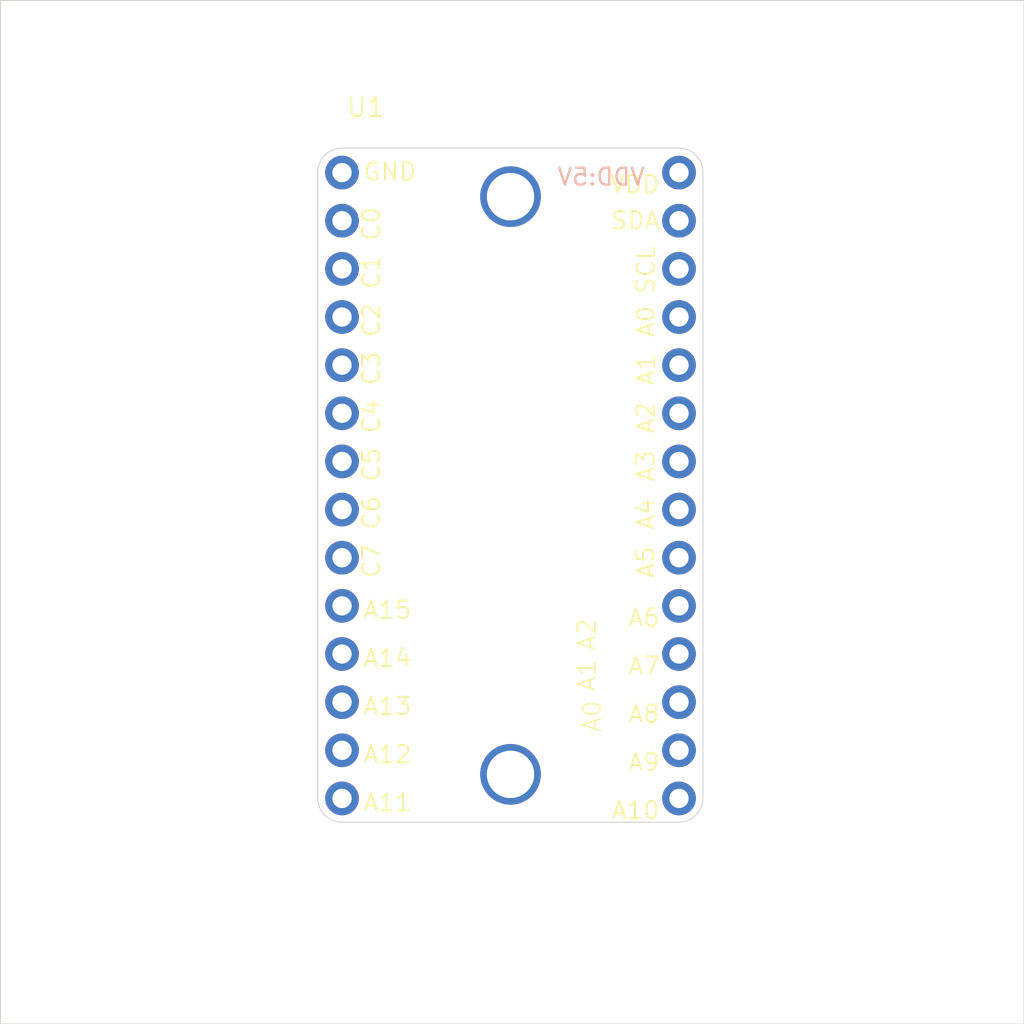
<source format=kicad_pcb>
(kicad_pcb (version 20240108) (generator "pcbnew") (generator_version "8.0")
  (layers (0 "F.Cu" signal) (31 "B.Cu" signal) (34 "B.Paste" user) (35 "F.Paste" user) (36 "B.SilkS" user "B.Silkscreen") (37 "F.SilkS" user "F.Silkscreen") (38 "B.Mask" user) (39 "F.Mask" user) (44 "Edge.Cuts" user))
  (net 0 "")
  (net 1 "GND")
  (footprint "BAJA SAE:Adafruit HT16K33 breakout" (layer "F.Cu") (at 141.98 69.02)
    (property "Reference" "U1" (at -7.704 -0.781 0) (layer "F.SilkS") (effects (font (thickness 0.1))))
    (property "Value" "28-SOIC" (hide yes))
    (fp_line (start -10.24 35.66) (end -10.24 2.64) (stroke (width 0.05)) (layer "Edge.Cuts"))
    (fp_line (start -8.97 1.37) (end 8.81 1.37) (stroke (width 0.05)) (layer "Edge.Cuts"))
    (fp_line (start 8.81 36.93) (end -8.97 36.93) (stroke (width 0.05)) (layer "Edge.Cuts"))
    (fp_line (start 10.08 2.64) (end 10.08 35.66) (stroke (width 0.05)) (layer "Edge.Cuts"))
    (fp_arc (start -10.24 2.64) (mid -9.868026 1.741974) (end -8.97 1.37) (stroke (width 0.05)) (layer "Edge.Cuts"))
    (fp_arc (start -8.97 36.93) (mid -9.868026 36.558026) (end -10.24 35.66) (stroke (width 0.05)) (layer "Edge.Cuts"))
    (fp_arc (start 8.81 1.37) (mid 9.708026 1.741974) (end 10.08 2.64) (stroke (width 0.05)) (layer "Edge.Cuts"))
    (fp_arc (start 10.08 35.66) (mid 9.708026 36.558026) (end 8.81 36.93) (stroke (width 0.05)) (layer "Edge.Cuts"))
    (fp_text user "VDD:5V" (at 7.092 3.409 0) (layer "B.SilkS") (effects (font (size 0.89408 0.89408) (thickness 0.12192)) (justify left bottom mirror)))
    (fp_text user "A15" (at -7.894 26.269 0) (layer "F.SilkS") (effects (font (size 0.9144 0.9144) (thickness 0.1016)) (justify left bottom)))
    (fp_text user "A13" (at -7.894 31.349 0) (layer "F.SilkS") (effects (font (size 0.9144 0.9144) (thickness 0.1016)) (justify left bottom)))
    (fp_text user "C6" (at -6.878 21.57 90) (layer "F.SilkS") (effects (font (size 0.9144 0.9144) (thickness 0.1016)) (justify left bottom)))
    (fp_text user "C5" (at -6.878 19.03 90) (layer "F.SilkS") (effects (font (size 0.9144 0.9144) (thickness 0.1016)) (justify left bottom)))
    (fp_text user "A11" (at -7.894 36.429 0) (layer "F.SilkS") (effects (font (size 0.9144 0.9144) (thickness 0.1016)) (justify left bottom)))
    (fp_text user "C3" (at -6.878 13.95 90) (layer "F.SilkS") (effects (font (size 0.9144 0.9144) (thickness 0.1016)) (justify left bottom)))
    (fp_text user "C1" (at -6.878 8.87 90) (layer "F.SilkS") (effects (font (size 0.9144 0.9144) (thickness 0.1016)) (justify left bottom)))
    (fp_text user "A10" (at 5.206595 36.839464 0) (layer "F.SilkS") (effects (font (size 0.9144 0.9144) (thickness 0.1016)) (justify left bottom)))
    (fp_text user "A14" (at -7.894 28.809 0) (layer "F.SilkS") (effects (font (size 0.9144 0.9144) (thickness 0.1016)) (justify left bottom)))
    (fp_text user "C0" (at -6.878 6.33 90) (layer "F.SilkS") (effects (font (size 0.9144 0.9144) (thickness 0.1016)) (justify left bottom)))
    (fp_text user "A6" (at 6.077452 26.679464 0) (layer "F.SilkS") (effects (font (size 0.9144 0.9144) (thickness 0.1016)) (justify left bottom)))
    (fp_text user "A5" (at 7.6 24.11 90) (layer "F.SilkS") (effects (font (size 0.9144 0.9144) (thickness 0.1016)) (justify left bottom)))
    (fp_text user "A1" (at 3.409 29.19 90) (layer "F.SilkS") (effects (font (size 0.93472 0.93472) (thickness 0.08128)) (justify top)))
    (fp_text user "GND" (at -7.894 3.155 0) (layer "F.SilkS") (effects (font (size 0.9144 0.9144) (thickness 0.1016)) (justify left bottom)))
    (fp_text user "A2" (at 7.6 16.49 90) (layer "F.SilkS") (effects (font (size 0.9144 0.9144) (thickness 0.1016)) (justify left bottom)))
    (fp_text user "SDA" (at 5.163052 5.724464 0) (layer "F.SilkS") (effects (font (size 0.9144 0.9144) (thickness 0.1016)) (justify left bottom)))
    (fp_text user "A8" (at 6.077452 31.759464 0) (layer "F.SilkS") (effects (font (size 0.9144 0.9144) (thickness 0.1016)) (justify left bottom)))
    (fp_text user "A4" (at 7.6 21.57 90) (layer "F.SilkS") (effects (font (size 0.9144 0.9144) (thickness 0.1016)) (justify left bottom)))
    (fp_text user "A2" (at 3.409 27.031 90) (layer "F.SilkS") (effects (font (size 0.93472 0.93472) (thickness 0.08128)) (justify top)))
    (fp_text user "VDD" (at 5.119509 3.819464 0) (layer "F.SilkS") (effects (font (size 0.9144 0.9144) (thickness 0.1016)) (justify left bottom)))
    (fp_text user "A3" (at 7.6 19.03 90) (layer "F.SilkS") (effects (font (size 0.9144 0.9144) (thickness 0.1016)) (justify left bottom)))
    (fp_text user "C7" (at -6.878 24.11 90) (layer "F.SilkS") (effects (font (size 0.9144 0.9144) (thickness 0.1016)) (justify left bottom)))
    (fp_text user "A9" (at 6.077452 34.299464 0) (layer "F.SilkS") (effects (font (size 0.9144 0.9144) (thickness 0.1016)) (justify left bottom)))
    (fp_text user "A0" (at 7.6 11.41 90) (layer "F.SilkS") (effects (font (size 0.9144 0.9144) (thickness 0.1016)) (justify left bottom)))
    (fp_text user "C2" (at -6.878 11.41 90) (layer "F.SilkS") (effects (font (size 0.9144 0.9144) (thickness 0.1016)) (justify left bottom)))
    (fp_text user "A12" (at -7.894 33.889 0) (layer "F.SilkS") (effects (font (size 0.9144 0.9144) (thickness 0.1016)) (justify left bottom)))
    (fp_text user "A1" (at 7.6 13.95 90) (layer "F.SilkS") (effects (font (size 0.9144 0.9144) (thickness 0.1016)) (justify left bottom)))
    (fp_text user "SCL" (at 7.6 9.124 90) (layer "F.SilkS") (effects (font (size 0.9144 0.9144) (thickness 0.1016)) (justify left bottom)))
    (fp_text user "C4" (at -6.878 16.49 90) (layer "F.SilkS") (effects (font (size 0.9144 0.9144) (thickness 0.1016)) (justify left bottom)))
    (fp_text user "A7" (at 6.077452 29.219464 0) (layer "F.SilkS") (effects (font (size 0.9144 0.9144) (thickness 0.1016)) (justify left bottom)))
    (fp_text user "A0" (at 4.787915 31.349 90) (layer "F.SilkS") (effects (font (size 0.93472 0.93472) (thickness 0.08128)) (justify bottom)))
    (pad "1" thru_hole circle (at -8.96 2.66) (size 1.778 1.778) (drill 1.016) (layers "*.Cu" "*.Mask"))
    (pad "1" thru_hole circle (at 8.82 35.68 180) (size 1.778 1.778) (drill 1.016) (layers "*.Cu" "*.Mask"))
    (pad "2" thru_hole circle (at -8.96 5.2) (size 1.778 1.778) (drill 1.016) (layers "*.Cu" "*.Mask"))
    (pad "2" thru_hole circle (at 8.82 33.14 180) (size 1.778 1.778) (drill 1.016) (layers "*.Cu" "*.Mask"))
    (pad "3" thru_hole circle (at -8.96 7.74) (size 1.778 1.778) (drill 1.016) (layers "*.Cu" "*.Mask"))
    (pad "3" thru_hole circle (at 8.82 30.6 180) (size 1.778 1.778) (drill 1.016) (layers "*.Cu" "*.Mask"))
    (pad "4" thru_hole circle (at -8.96 10.28) (size 1.778 1.778) (drill 1.016) (layers "*.Cu" "*.Mask"))
    (pad "4" thru_hole circle (at 8.82 28.06 180) (size 1.778 1.778) (drill 1.016) (layers "*.Cu" "*.Mask"))
    (pad "5" thru_hole circle (at -8.96 12.82) (size 1.778 1.778) (drill 1.016) (layers "*.Cu" "*.Mask"))
    (pad "5" thru_hole circle (at 8.82 25.52 180) (size 1.778 1.778) (drill 1.016) (layers "*.Cu" "*.Mask"))
    (pad "6" thru_hole circle (at -8.96 15.36) (size 1.778 1.778) (drill 1.016) (layers "*.Cu" "*.Mask"))
    (pad "6" thru_hole circle (at 8.82 22.98 180) (size 1.778 1.778) (drill 1.016) (layers "*.Cu" "*.Mask"))
    (pad "7" thru_hole circle (at -8.96 17.9) (size 1.778 1.778) (drill 1.016) (layers "*.Cu" "*.Mask"))
    (pad "7" thru_hole circle (at 8.82 20.44 180) (size 1.778 1.778) (drill 1.016) (layers "*.Cu" "*.Mask"))
    (pad "8" thru_hole circle (at -8.96 20.44) (size 1.778 1.778) (drill 1.016) (layers "*.Cu" "*.Mask"))
    (pad "8" thru_hole circle (at 8.82 17.9 180) (size 1.778 1.778) (drill 1.016) (layers "*.Cu" "*.Mask"))
    (pad "9" thru_hole circle (at -8.96 22.98) (size 1.778 1.778) (drill 1.016) (layers "*.Cu" "*.Mask"))
    (pad "9" thru_hole circle (at 8.82 15.36 180) (size 1.778 1.778) (drill 1.016) (layers "*.Cu" "*.Mask"))
    (pad "10" thru_hole circle (at -8.96 25.52) (size 1.778 1.778) (drill 1.016) (layers "*.Cu" "*.Mask"))
    (pad "10" thru_hole circle (at 8.82 12.82 180) (size 1.778 1.778) (drill 1.016) (layers "*.Cu" "*.Mask"))
    (pad "11" thru_hole circle (at -8.96 28.06) (size 1.778 1.778) (drill 1.016) (layers "*.Cu" "*.Mask"))
    (pad "11" thru_hole circle (at 8.82 10.28 180) (size 1.778 1.778) (drill 1.016) (layers "*.Cu" "*.Mask"))
    (pad "12" thru_hole circle (at -8.96 30.6) (size 1.778 1.778) (drill 1.016) (layers "*.Cu" "*.Mask"))
    (pad "12" thru_hole circle (at 8.82 7.74 180) (size 1.778 1.778) (drill 1.016) (layers "*.Cu" "*.Mask"))
    (pad "13" thru_hole circle (at -8.96 33.14) (size 1.778 1.778) (drill 1.016) (layers "*.Cu" "*.Mask"))
    (pad "13" thru_hole circle (at 8.82 5.2 180) (size 1.778 1.778) (drill 1.016) (layers "*.Cu" "*.Mask"))
    (pad "14" thru_hole circle (at -8.96 35.68) (size 1.778 1.778) (drill 1.016) (layers "*.Cu" "*.Mask"))
    (pad "14" thru_hole circle (at 8.82 2.66 180) (size 1.778 1.778) (drill 1.016) (layers "*.Cu" "*.Mask"))
    (pad "P$1" thru_hole circle (at -0.07 3.93) (size 3.2 3.2) (drill 2.5) (layers "*.Cu" "*.Mask") (net 1 "GND"))
    (pad "P$1" thru_hole circle (at -0.07 34.41) (size 3.2 3.2) (drill 2.5) (layers "*.Cu" "*.Mask") (net 1 "GND"))
  )
  (gr_rect (start 115 62.6) (end 169 116.6) (stroke (width 0.05)) (fill none) (layer "Edge.Cuts"))
)
</source>
